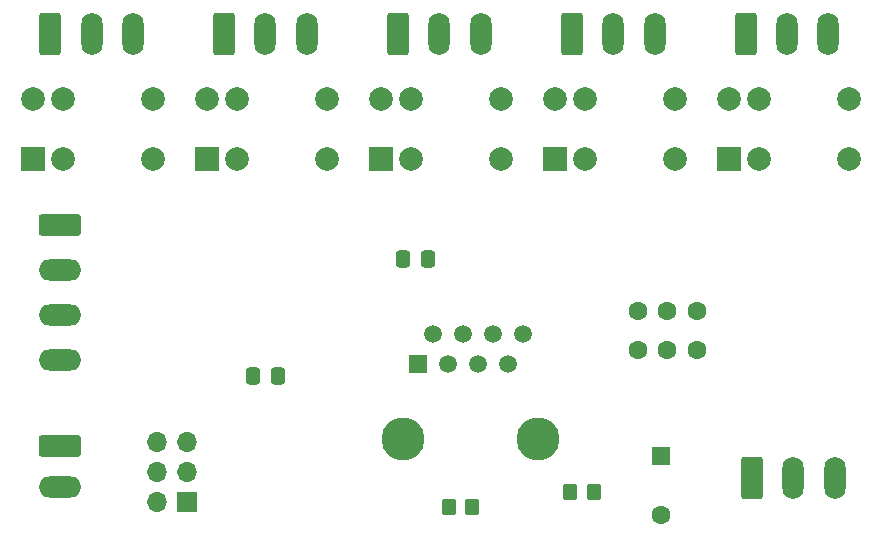
<source format=gbr>
%TF.GenerationSoftware,KiCad,Pcbnew,7.0.11+dfsg-1build4*%
%TF.CreationDate,2025-07-11T21:35:20+02:00*%
%TF.ProjectId,ParaPRZEKAZNIK,50617261-5052-45a4-954b-415a4e494b2e,rev?*%
%TF.SameCoordinates,Original*%
%TF.FileFunction,Soldermask,Bot*%
%TF.FilePolarity,Negative*%
%FSLAX46Y46*%
G04 Gerber Fmt 4.6, Leading zero omitted, Abs format (unit mm)*
G04 Created by KiCad (PCBNEW 7.0.11+dfsg-1build4) date 2025-07-11 21:35:20*
%MOMM*%
%LPD*%
G01*
G04 APERTURE LIST*
G04 Aperture macros list*
%AMRoundRect*
0 Rectangle with rounded corners*
0 $1 Rounding radius*
0 $2 $3 $4 $5 $6 $7 $8 $9 X,Y pos of 4 corners*
0 Add a 4 corners polygon primitive as box body*
4,1,4,$2,$3,$4,$5,$6,$7,$8,$9,$2,$3,0*
0 Add four circle primitives for the rounded corners*
1,1,$1+$1,$2,$3*
1,1,$1+$1,$4,$5*
1,1,$1+$1,$6,$7*
1,1,$1+$1,$8,$9*
0 Add four rect primitives between the rounded corners*
20,1,$1+$1,$2,$3,$4,$5,0*
20,1,$1+$1,$4,$5,$6,$7,0*
20,1,$1+$1,$6,$7,$8,$9,0*
20,1,$1+$1,$8,$9,$2,$3,0*%
G04 Aperture macros list end*
%ADD10RoundRect,0.250000X-1.550000X0.650000X-1.550000X-0.650000X1.550000X-0.650000X1.550000X0.650000X0*%
%ADD11O,3.600000X1.800000*%
%ADD12R,2.000000X2.000000*%
%ADD13C,2.000000*%
%ADD14RoundRect,0.250000X-0.650000X-1.550000X0.650000X-1.550000X0.650000X1.550000X-0.650000X1.550000X0*%
%ADD15O,1.800000X3.600000*%
%ADD16C,1.600000*%
%ADD17C,3.650000*%
%ADD18R,1.500000X1.500000*%
%ADD19C,1.500000*%
%ADD20R,1.700000X1.700000*%
%ADD21O,1.700000X1.700000*%
%ADD22R,1.600000X1.600000*%
%ADD23RoundRect,0.250000X0.350000X0.450000X-0.350000X0.450000X-0.350000X-0.450000X0.350000X-0.450000X0*%
%ADD24RoundRect,0.250000X-0.337500X-0.475000X0.337500X-0.475000X0.337500X0.475000X-0.337500X0.475000X0*%
%ADD25RoundRect,0.250000X0.337500X0.475000X-0.337500X0.475000X-0.337500X-0.475000X0.337500X-0.475000X0*%
G04 APERTURE END LIST*
D10*
%TO.C,J1*%
X35425500Y-53230500D03*
D11*
X35425500Y-57040500D03*
X35425500Y-60850500D03*
X35425500Y-64660500D03*
%TD*%
D12*
%TO.C,K3*%
X62606500Y-47619500D03*
D13*
X65146500Y-47619500D03*
X72766500Y-47619500D03*
X72766500Y-42539500D03*
X65146500Y-42539500D03*
X62606500Y-42539500D03*
%TD*%
D14*
%TO.C,J6*%
X34617500Y-37086000D03*
D15*
X38117500Y-37086000D03*
X41617500Y-37086000D03*
%TD*%
D16*
%TO.C,SW1*%
X84368000Y-60543000D03*
X86868000Y-60543000D03*
X89368000Y-60543000D03*
X84368000Y-63843000D03*
X86868000Y-63843000D03*
X89368000Y-63843000D03*
%TD*%
D14*
%TO.C,J8*%
X64058750Y-37086000D03*
D15*
X67558750Y-37086000D03*
X71058750Y-37086000D03*
%TD*%
D17*
%TO.C,J2*%
X64506500Y-71366000D03*
X75936500Y-71366000D03*
D18*
X65776500Y-65016000D03*
D19*
X67046500Y-62476000D03*
X68316500Y-65016000D03*
X69586500Y-62476000D03*
X70856500Y-65016000D03*
X72126500Y-62476000D03*
X73396500Y-65016000D03*
X74666500Y-62476000D03*
%TD*%
D12*
%TO.C,K2*%
X47874500Y-47619500D03*
D13*
X50414500Y-47619500D03*
X58034500Y-47619500D03*
X58034500Y-42539500D03*
X50414500Y-42539500D03*
X47874500Y-42539500D03*
%TD*%
D12*
%TO.C,K1*%
X33142500Y-47619500D03*
D13*
X35682500Y-47619500D03*
X43302500Y-47619500D03*
X43302500Y-42539500D03*
X35682500Y-42539500D03*
X33142500Y-42539500D03*
%TD*%
D14*
%TO.C,J4*%
X94036000Y-74676000D03*
D15*
X97536000Y-74676000D03*
X101036000Y-74676000D03*
%TD*%
D12*
%TO.C,K4*%
X77338500Y-47619500D03*
D13*
X79878500Y-47619500D03*
X87498500Y-47619500D03*
X87498500Y-42539500D03*
X79878500Y-42539500D03*
X77338500Y-42539500D03*
%TD*%
D10*
%TO.C,J3*%
X35425500Y-71927500D03*
D11*
X35425500Y-75427500D03*
%TD*%
D12*
%TO.C,K5*%
X92070500Y-47619500D03*
D13*
X94610500Y-47619500D03*
X102230500Y-47619500D03*
X102230500Y-42539500D03*
X94610500Y-42539500D03*
X92070500Y-42539500D03*
%TD*%
D14*
%TO.C,J10*%
X93500000Y-37086000D03*
D15*
X97000000Y-37086000D03*
X100500000Y-37086000D03*
%TD*%
D20*
%TO.C,J5*%
X46228000Y-76708000D03*
D21*
X43688000Y-76708000D03*
X46228000Y-74168000D03*
X43688000Y-74168000D03*
X46228000Y-71628000D03*
X43688000Y-71628000D03*
%TD*%
D14*
%TO.C,J9*%
X78779375Y-37086000D03*
D15*
X82279375Y-37086000D03*
X85779375Y-37086000D03*
%TD*%
D22*
%TO.C,C14*%
X86360000Y-72781349D03*
D16*
X86360000Y-77781349D03*
%TD*%
D14*
%TO.C,J7*%
X49338125Y-37086000D03*
D15*
X52838125Y-37086000D03*
X56338125Y-37086000D03*
%TD*%
D23*
%TO.C,R16*%
X80629000Y-75819000D03*
X78629000Y-75819000D03*
%TD*%
D24*
%TO.C,C10*%
X51794500Y-66040000D03*
X53869500Y-66040000D03*
%TD*%
D25*
%TO.C,C3*%
X66569500Y-56134000D03*
X64494500Y-56134000D03*
%TD*%
D23*
%TO.C,R15*%
X70342000Y-77089000D03*
X68342000Y-77089000D03*
%TD*%
M02*

</source>
